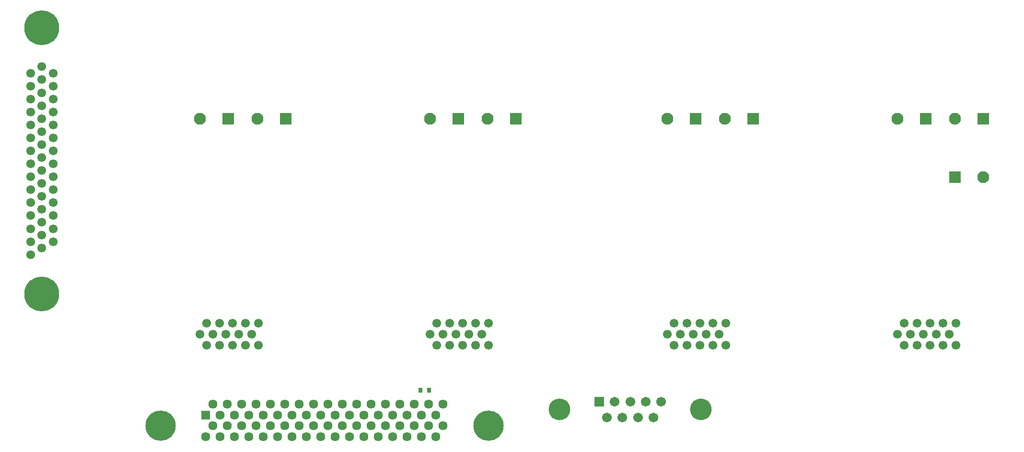
<source format=gbs>
G04 Layer_Color=16711935*
%FSLAX25Y25*%
%MOIN*%
G70*
G01*
G75*
%ADD32C,0.06112*%
%ADD33C,0.00600*%
%ADD34C,0.08277*%
%ADD35R,0.08277X0.08277*%
%ADD36C,0.06348*%
%ADD37R,0.06348X0.06348*%
%ADD38C,0.21072*%
%ADD39C,0.24222*%
%ADD40C,0.15069*%
%ADD41C,0.06702*%
%ADD42R,0.06702X0.06702*%
G04:AMPARAMS|DCode=43|XSize=36mil|YSize=28mil|CornerRadius=8.5mil|HoleSize=0mil|Usage=FLASHONLY|Rotation=90.000|XOffset=0mil|YOffset=0mil|HoleType=Round|Shape=RoundedRectangle|*
%AMROUNDEDRECTD43*
21,1,0.03600,0.01100,0,0,90.0*
21,1,0.01900,0.02800,0,0,90.0*
1,1,0.01700,0.00550,0.00950*
1,1,0.01700,0.00550,-0.00950*
1,1,0.01700,-0.00550,-0.00950*
1,1,0.01700,-0.00550,0.00950*
%
%ADD43ROUNDEDRECTD43*%
D32*
X525571Y-7795D02*
D03*
X516555D02*
D03*
X507539D02*
D03*
X498524D02*
D03*
X489508D02*
D03*
X525571Y7795D02*
D03*
X516555D02*
D03*
X507539D02*
D03*
X498524D02*
D03*
X489508D02*
D03*
X521063Y0D02*
D03*
X512047D02*
D03*
X503031D02*
D03*
X494016D02*
D03*
X485000D02*
D03*
X365571Y-7795D02*
D03*
X356555D02*
D03*
X347539D02*
D03*
X338524D02*
D03*
X329508D02*
D03*
X365571Y7795D02*
D03*
X356555D02*
D03*
X347539D02*
D03*
X338524D02*
D03*
X329508D02*
D03*
X361063Y0D02*
D03*
X352047D02*
D03*
X343032D02*
D03*
X334016D02*
D03*
X325000D02*
D03*
X200571Y-7795D02*
D03*
X191555D02*
D03*
X182539D02*
D03*
X173524D02*
D03*
X164508D02*
D03*
X200571Y7795D02*
D03*
X191555D02*
D03*
X182539D02*
D03*
X173524D02*
D03*
X164508D02*
D03*
X196063Y0D02*
D03*
X187047D02*
D03*
X178032D02*
D03*
X169016D02*
D03*
X160000D02*
D03*
X40571Y-7795D02*
D03*
X31555D02*
D03*
X22539D02*
D03*
X13524D02*
D03*
X4508D02*
D03*
X40571Y7795D02*
D03*
X31555D02*
D03*
X22539D02*
D03*
X13524D02*
D03*
X4508D02*
D03*
X36063Y0D02*
D03*
X27047D02*
D03*
X18032D02*
D03*
X9016D02*
D03*
X0D02*
D03*
X-117795Y181713D02*
D03*
Y172697D02*
D03*
Y163681D02*
D03*
Y154665D02*
D03*
Y145650D02*
D03*
Y136634D02*
D03*
Y127618D02*
D03*
Y118602D02*
D03*
Y109587D02*
D03*
Y100571D02*
D03*
Y91555D02*
D03*
Y82539D02*
D03*
Y73524D02*
D03*
Y64508D02*
D03*
Y55492D02*
D03*
X-110000Y186221D02*
D03*
Y177205D02*
D03*
Y168189D02*
D03*
Y159173D02*
D03*
Y150157D02*
D03*
Y141142D02*
D03*
Y132126D02*
D03*
Y123110D02*
D03*
Y114094D02*
D03*
Y105079D02*
D03*
Y96063D02*
D03*
Y87047D02*
D03*
Y78031D02*
D03*
Y69016D02*
D03*
Y60000D02*
D03*
X-102205Y181713D02*
D03*
Y172697D02*
D03*
Y163681D02*
D03*
Y154665D02*
D03*
Y145650D02*
D03*
Y136634D02*
D03*
Y127618D02*
D03*
Y118602D02*
D03*
Y109587D02*
D03*
Y100571D02*
D03*
Y91555D02*
D03*
Y82539D02*
D03*
Y73524D02*
D03*
Y64508D02*
D03*
D33*
X555748Y0D02*
D03*
X457362D02*
D03*
X395748D02*
D03*
X297362D02*
D03*
X230748D02*
D03*
X132362D02*
D03*
X70748D02*
D03*
X-27638D02*
D03*
D34*
X0Y150000D02*
D03*
X40000D02*
D03*
X160000D02*
D03*
X200000D02*
D03*
X325000D02*
D03*
X365000D02*
D03*
X485000D02*
D03*
X525000D02*
D03*
X544685Y109449D02*
D03*
D35*
X19685Y150000D02*
D03*
X59685D02*
D03*
X179685D02*
D03*
X219685D02*
D03*
X344685D02*
D03*
X384685D02*
D03*
X504685D02*
D03*
X544685D02*
D03*
X525000Y109449D02*
D03*
D36*
X168937Y-63799D02*
D03*
X163937Y-71299D02*
D03*
X168937Y-48799D02*
D03*
X163937Y-56299D02*
D03*
X158937Y-63799D02*
D03*
X153937Y-71299D02*
D03*
X158937Y-48799D02*
D03*
X153937Y-56299D02*
D03*
X148937Y-63799D02*
D03*
X143937Y-71299D02*
D03*
X148937Y-48799D02*
D03*
X143937Y-56299D02*
D03*
X138937Y-63799D02*
D03*
X133937Y-71299D02*
D03*
X138937Y-48799D02*
D03*
X133937Y-56299D02*
D03*
X128937Y-63799D02*
D03*
X123937Y-71299D02*
D03*
X128937Y-48799D02*
D03*
X123937Y-56299D02*
D03*
X118937Y-63799D02*
D03*
X113937Y-71299D02*
D03*
X118937Y-48799D02*
D03*
X113937Y-56299D02*
D03*
X108937Y-63799D02*
D03*
X103937Y-71299D02*
D03*
X108937Y-48799D02*
D03*
X103937Y-56299D02*
D03*
X98937Y-63799D02*
D03*
X93937Y-71299D02*
D03*
X98937Y-48799D02*
D03*
X93937Y-56299D02*
D03*
X88937Y-63799D02*
D03*
X83937Y-71299D02*
D03*
X88937Y-48799D02*
D03*
X83937Y-56299D02*
D03*
X78937Y-63799D02*
D03*
X73937Y-71299D02*
D03*
X78937Y-48799D02*
D03*
X73937Y-56299D02*
D03*
X68937Y-63799D02*
D03*
X63937Y-71299D02*
D03*
X68937Y-48799D02*
D03*
X63937Y-56299D02*
D03*
X58937Y-63799D02*
D03*
X53937Y-71299D02*
D03*
X58937Y-48799D02*
D03*
X53937Y-56299D02*
D03*
X48937Y-63799D02*
D03*
X43937Y-71299D02*
D03*
X48937Y-48799D02*
D03*
X43937Y-56299D02*
D03*
X38937Y-63799D02*
D03*
X33937Y-71299D02*
D03*
X38937Y-48799D02*
D03*
X33937Y-56299D02*
D03*
X28937Y-63799D02*
D03*
X23937Y-71299D02*
D03*
X28937Y-48799D02*
D03*
X23937Y-56299D02*
D03*
X18937Y-63799D02*
D03*
X13937Y-71299D02*
D03*
X18937Y-48799D02*
D03*
X13937Y-56299D02*
D03*
X8937Y-63799D02*
D03*
X3937Y-71299D02*
D03*
X8937Y-48799D02*
D03*
D37*
X3937Y-56299D02*
D03*
D38*
X200433Y-63799D02*
D03*
X-27559D02*
D03*
D39*
X-110000Y213228D02*
D03*
Y28032D02*
D03*
D40*
X348359Y-52450D02*
D03*
X249959D02*
D03*
D41*
X315359Y-58050D02*
D03*
X304559D02*
D03*
X293759D02*
D03*
X282959D02*
D03*
X320759Y-46850D02*
D03*
X309959D02*
D03*
X299159D02*
D03*
X288359D02*
D03*
D42*
X277559D02*
D03*
D43*
X159201Y-39075D02*
D03*
X153201D02*
D03*
M02*

</source>
